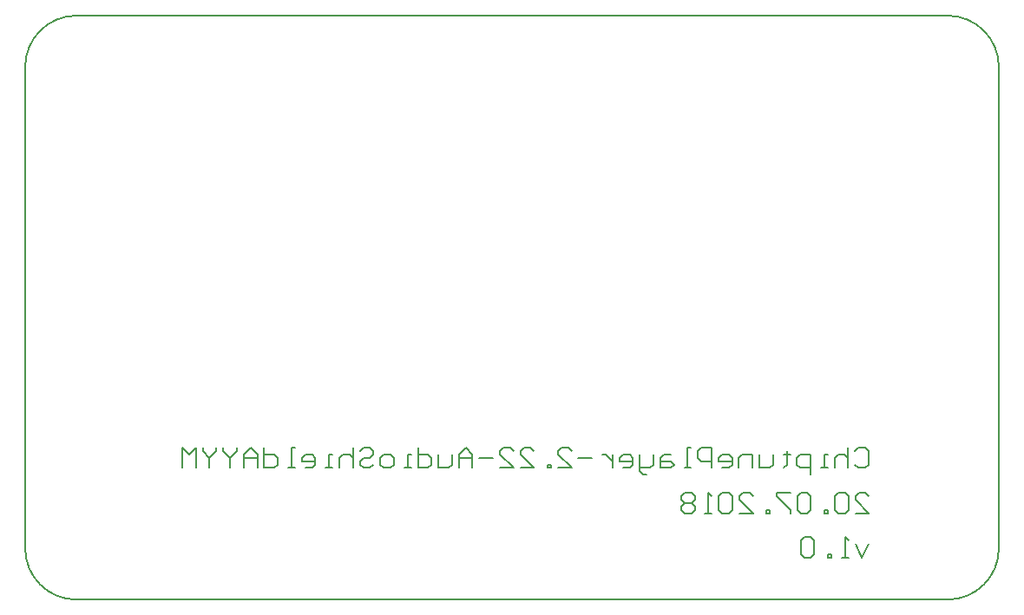
<source format=gbo>
G04 Layer_Color=32896*
%FSLAX44Y44*%
%MOMM*%
G71*
G01*
G75*
%ADD38C,0.1500*%
%ADD63C,0.2000*%
D38*
X950000Y520000D02*
G03*
X900000Y570000I-50000J0D01*
G01*
Y0D02*
G03*
X950000Y50000I-0J50000D01*
G01*
X0D02*
G03*
X50000Y0I50000J0D01*
G01*
Y570000D02*
G03*
X0Y520000I0J-50000D01*
G01*
X50000Y570000D02*
X900000D01*
X950000Y50000D02*
Y520000D01*
X50000Y0D02*
X900000D01*
X0Y50000D02*
Y520000D01*
D63*
X809671Y145161D02*
X813003Y148494D01*
X819668D01*
X823000Y145161D01*
Y131832D01*
X819668Y128500D01*
X813003D01*
X809671Y131832D01*
X803006Y148494D02*
Y128500D01*
Y138497D01*
X799674Y141829D01*
X793010D01*
X789677Y138497D01*
Y128500D01*
X783013D02*
X776348D01*
X779681D01*
Y141829D01*
X783013D01*
X766352Y121835D02*
Y141829D01*
X756355D01*
X753023Y138497D01*
Y131832D01*
X756355Y128500D01*
X766352D01*
X743026Y145161D02*
Y141829D01*
X746358D01*
X739694D01*
X743026D01*
Y131832D01*
X739694Y128500D01*
X729697Y141829D02*
Y131832D01*
X726365Y128500D01*
X716368D01*
Y141829D01*
X709703Y128500D02*
Y141829D01*
X699706D01*
X696374Y138497D01*
Y128500D01*
X679713D02*
X686377D01*
X689710Y131832D01*
Y138497D01*
X686377Y141829D01*
X679713D01*
X676381Y138497D01*
Y135164D01*
X689710D01*
X669716Y128500D02*
Y148494D01*
X659719D01*
X656387Y145161D01*
Y138497D01*
X659719Y135164D01*
X669716D01*
X649723Y128500D02*
X643058D01*
X646390D01*
Y148494D01*
X649723D01*
X629729Y141829D02*
X623064D01*
X619732Y138497D01*
Y128500D01*
X629729D01*
X633061Y131832D01*
X629729Y135164D01*
X619732D01*
X613068Y141829D02*
Y131832D01*
X609735Y128500D01*
X599739D01*
Y125168D01*
X603071Y121835D01*
X606403D01*
X599739Y128500D02*
Y141829D01*
X583077Y128500D02*
X589742D01*
X593074Y131832D01*
Y138497D01*
X589742Y141829D01*
X583077D01*
X579745Y138497D01*
Y135164D01*
X593074D01*
X573081Y141829D02*
Y128500D01*
Y135164D01*
X569748Y138497D01*
X566416Y141829D01*
X563084D01*
X553087Y138497D02*
X539758D01*
X519764Y128500D02*
X533093D01*
X519764Y141829D01*
Y145161D01*
X523097Y148494D01*
X529761D01*
X533093Y145161D01*
X513100Y128500D02*
Y131832D01*
X509768D01*
Y128500D01*
X513100D01*
X483110D02*
X496439D01*
X483110Y141829D01*
Y145161D01*
X486442Y148494D01*
X493106D01*
X496439Y145161D01*
X463116Y128500D02*
X476445D01*
X463116Y141829D01*
Y145161D01*
X466448Y148494D01*
X473113D01*
X476445Y145161D01*
X456451Y138497D02*
X443122D01*
X436458Y128500D02*
Y141829D01*
X429793Y148494D01*
X423129Y141829D01*
Y128500D01*
Y138497D01*
X436458D01*
X416464Y141829D02*
Y131832D01*
X413132Y128500D01*
X403135D01*
Y141829D01*
X383142Y148494D02*
Y128500D01*
X393139D01*
X396471Y131832D01*
Y138497D01*
X393139Y141829D01*
X383142D01*
X376477Y128500D02*
X369813D01*
X373145D01*
Y141829D01*
X376477D01*
X356484Y128500D02*
X349819D01*
X346487Y131832D01*
Y138497D01*
X349819Y141829D01*
X356484D01*
X359816Y138497D01*
Y131832D01*
X356484Y128500D01*
X326493Y145161D02*
X329826Y148494D01*
X336490D01*
X339822Y145161D01*
Y141829D01*
X336490Y138497D01*
X329826D01*
X326493Y135164D01*
Y131832D01*
X329826Y128500D01*
X336490D01*
X339822Y131832D01*
X319829Y148494D02*
Y128500D01*
Y138497D01*
X316497Y141829D01*
X309832D01*
X306500Y138497D01*
Y128500D01*
X299835D02*
X293171D01*
X296503D01*
Y141829D01*
X299835D01*
X273177Y128500D02*
X279842D01*
X283174Y131832D01*
Y138497D01*
X279842Y141829D01*
X273177D01*
X269845Y138497D01*
Y135164D01*
X283174D01*
X263180Y128500D02*
X256516D01*
X259848D01*
Y148494D01*
X263180D01*
X233190D02*
Y128500D01*
X243187D01*
X246519Y131832D01*
Y138497D01*
X243187Y141829D01*
X233190D01*
X226526Y128500D02*
Y141829D01*
X219861Y148494D01*
X213197Y141829D01*
Y128500D01*
Y138497D01*
X226526D01*
X206532Y148494D02*
Y145161D01*
X199867Y138497D01*
X193203Y145161D01*
Y148494D01*
X199867Y138497D02*
Y128500D01*
X186539Y148494D02*
Y145161D01*
X179874Y138497D01*
X173209Y145161D01*
Y148494D01*
X179874Y138497D02*
Y128500D01*
X166545D02*
Y148494D01*
X159880Y141829D01*
X153216Y148494D01*
Y128500D01*
X809921Y84250D02*
X823250D01*
X809921Y97579D01*
Y100911D01*
X813253Y104244D01*
X819918D01*
X823250Y100911D01*
X803256D02*
X799924Y104244D01*
X793260D01*
X789927Y100911D01*
Y87582D01*
X793260Y84250D01*
X799924D01*
X803256Y87582D01*
Y100911D01*
X783263Y84250D02*
Y87582D01*
X779931D01*
Y84250D01*
X783263D01*
X766602Y100911D02*
X763269Y104244D01*
X756605D01*
X753273Y100911D01*
Y87582D01*
X756605Y84250D01*
X763269D01*
X766602Y87582D01*
Y100911D01*
X746608Y104244D02*
X733279D01*
Y100911D01*
X746608Y87582D01*
Y84250D01*
X726615D02*
Y87582D01*
X723282D01*
Y84250D01*
X726615D01*
X696624D02*
X709953D01*
X696624Y97579D01*
Y100911D01*
X699956Y104244D01*
X706621D01*
X709953Y100911D01*
X689960D02*
X686627Y104244D01*
X679963D01*
X676631Y100911D01*
Y87582D01*
X679963Y84250D01*
X686627D01*
X689960Y87582D01*
Y100911D01*
X669966Y84250D02*
X663302D01*
X666634D01*
Y104244D01*
X669966Y100911D01*
X653305D02*
X649973Y104244D01*
X643308D01*
X639976Y100911D01*
Y97579D01*
X643308Y94247D01*
X639976Y90914D01*
Y87582D01*
X643308Y84250D01*
X649973D01*
X653305Y87582D01*
Y90914D01*
X649973Y94247D01*
X653305Y97579D01*
Y100911D01*
X649973Y94247D02*
X643308D01*
X823250Y54079D02*
X816585Y40750D01*
X809921Y54079D01*
X803256Y40750D02*
X796592D01*
X799924D01*
Y60744D01*
X803256Y57411D01*
X786595Y40750D02*
Y44082D01*
X783263D01*
Y40750D01*
X786595D01*
X769934Y57411D02*
X766602Y60744D01*
X759937D01*
X756605Y57411D01*
Y44082D01*
X759937Y40750D01*
X766602D01*
X769934Y44082D01*
Y57411D01*
M02*

</source>
